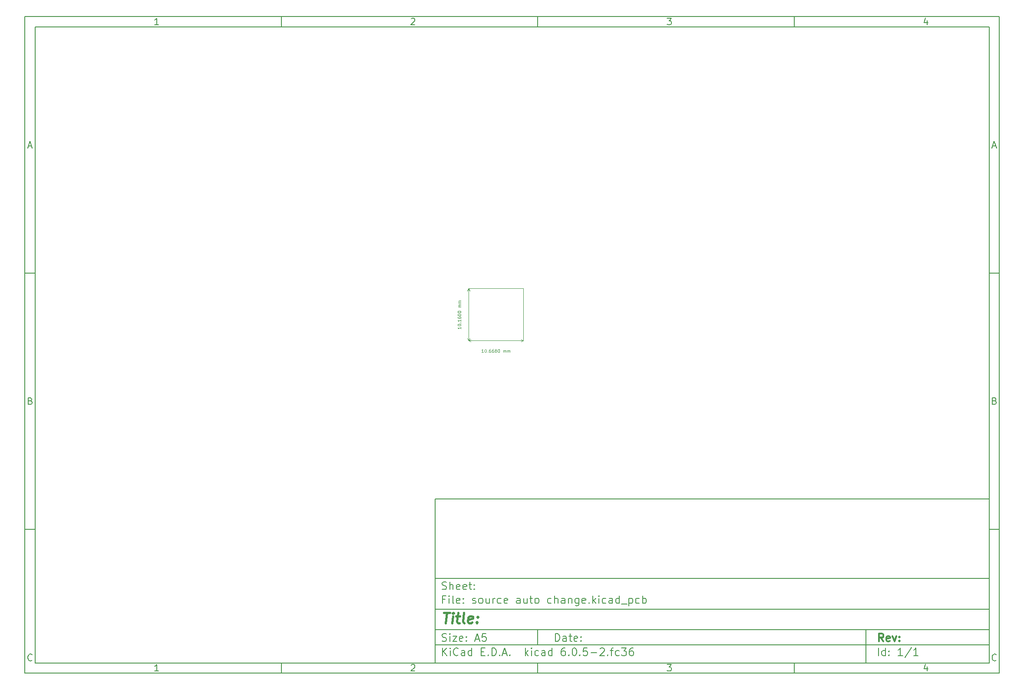
<source format=gbr>
%TF.GenerationSoftware,KiCad,Pcbnew,6.0.5-2.fc36*%
%TF.CreationDate,2022-06-19T11:45:18+04:00*%
%TF.ProjectId,source auto change,736f7572-6365-4206-9175-746f20636861,rev?*%
%TF.SameCoordinates,Original*%
%TF.FileFunction,OtherDrawing,Comment*%
%FSLAX46Y46*%
G04 Gerber Fmt 4.6, Leading zero omitted, Abs format (unit mm)*
G04 Created by KiCad (PCBNEW 6.0.5-2.fc36) date 2022-06-19 11:45:18*
%MOMM*%
%LPD*%
G01*
G04 APERTURE LIST*
%ADD10C,0.100000*%
%ADD11C,0.150000*%
%ADD12C,0.300000*%
%ADD13C,0.400000*%
%TA.AperFunction,Profile*%
%ADD14C,0.100000*%
%TD*%
G04 APERTURE END LIST*
D10*
D11*
X90007200Y-104005800D02*
X90007200Y-136005800D01*
X198007200Y-136005800D01*
X198007200Y-104005800D01*
X90007200Y-104005800D01*
D10*
D11*
X10000000Y-10000000D02*
X10000000Y-138005800D01*
X200007200Y-138005800D01*
X200007200Y-10000000D01*
X10000000Y-10000000D01*
D10*
D11*
X12000000Y-12000000D02*
X12000000Y-136005800D01*
X198007200Y-136005800D01*
X198007200Y-12000000D01*
X12000000Y-12000000D01*
D10*
D11*
X60000000Y-12000000D02*
X60000000Y-10000000D01*
D10*
D11*
X110000000Y-12000000D02*
X110000000Y-10000000D01*
D10*
D11*
X160000000Y-12000000D02*
X160000000Y-10000000D01*
D10*
D11*
X36065476Y-11588095D02*
X35322619Y-11588095D01*
X35694047Y-11588095D02*
X35694047Y-10288095D01*
X35570238Y-10473809D01*
X35446428Y-10597619D01*
X35322619Y-10659523D01*
D10*
D11*
X85322619Y-10411904D02*
X85384523Y-10350000D01*
X85508333Y-10288095D01*
X85817857Y-10288095D01*
X85941666Y-10350000D01*
X86003571Y-10411904D01*
X86065476Y-10535714D01*
X86065476Y-10659523D01*
X86003571Y-10845238D01*
X85260714Y-11588095D01*
X86065476Y-11588095D01*
D10*
D11*
X135260714Y-10288095D02*
X136065476Y-10288095D01*
X135632142Y-10783333D01*
X135817857Y-10783333D01*
X135941666Y-10845238D01*
X136003571Y-10907142D01*
X136065476Y-11030952D01*
X136065476Y-11340476D01*
X136003571Y-11464285D01*
X135941666Y-11526190D01*
X135817857Y-11588095D01*
X135446428Y-11588095D01*
X135322619Y-11526190D01*
X135260714Y-11464285D01*
D10*
D11*
X185941666Y-10721428D02*
X185941666Y-11588095D01*
X185632142Y-10226190D02*
X185322619Y-11154761D01*
X186127380Y-11154761D01*
D10*
D11*
X60000000Y-136005800D02*
X60000000Y-138005800D01*
D10*
D11*
X110000000Y-136005800D02*
X110000000Y-138005800D01*
D10*
D11*
X160000000Y-136005800D02*
X160000000Y-138005800D01*
D10*
D11*
X36065476Y-137593895D02*
X35322619Y-137593895D01*
X35694047Y-137593895D02*
X35694047Y-136293895D01*
X35570238Y-136479609D01*
X35446428Y-136603419D01*
X35322619Y-136665323D01*
D10*
D11*
X85322619Y-136417704D02*
X85384523Y-136355800D01*
X85508333Y-136293895D01*
X85817857Y-136293895D01*
X85941666Y-136355800D01*
X86003571Y-136417704D01*
X86065476Y-136541514D01*
X86065476Y-136665323D01*
X86003571Y-136851038D01*
X85260714Y-137593895D01*
X86065476Y-137593895D01*
D10*
D11*
X135260714Y-136293895D02*
X136065476Y-136293895D01*
X135632142Y-136789133D01*
X135817857Y-136789133D01*
X135941666Y-136851038D01*
X136003571Y-136912942D01*
X136065476Y-137036752D01*
X136065476Y-137346276D01*
X136003571Y-137470085D01*
X135941666Y-137531990D01*
X135817857Y-137593895D01*
X135446428Y-137593895D01*
X135322619Y-137531990D01*
X135260714Y-137470085D01*
D10*
D11*
X185941666Y-136727228D02*
X185941666Y-137593895D01*
X185632142Y-136231990D02*
X185322619Y-137160561D01*
X186127380Y-137160561D01*
D10*
D11*
X10000000Y-60000000D02*
X12000000Y-60000000D01*
D10*
D11*
X10000000Y-110000000D02*
X12000000Y-110000000D01*
D10*
D11*
X10690476Y-35216666D02*
X11309523Y-35216666D01*
X10566666Y-35588095D02*
X11000000Y-34288095D01*
X11433333Y-35588095D01*
D10*
D11*
X11092857Y-84907142D02*
X11278571Y-84969047D01*
X11340476Y-85030952D01*
X11402380Y-85154761D01*
X11402380Y-85340476D01*
X11340476Y-85464285D01*
X11278571Y-85526190D01*
X11154761Y-85588095D01*
X10659523Y-85588095D01*
X10659523Y-84288095D01*
X11092857Y-84288095D01*
X11216666Y-84350000D01*
X11278571Y-84411904D01*
X11340476Y-84535714D01*
X11340476Y-84659523D01*
X11278571Y-84783333D01*
X11216666Y-84845238D01*
X11092857Y-84907142D01*
X10659523Y-84907142D01*
D10*
D11*
X11402380Y-135464285D02*
X11340476Y-135526190D01*
X11154761Y-135588095D01*
X11030952Y-135588095D01*
X10845238Y-135526190D01*
X10721428Y-135402380D01*
X10659523Y-135278571D01*
X10597619Y-135030952D01*
X10597619Y-134845238D01*
X10659523Y-134597619D01*
X10721428Y-134473809D01*
X10845238Y-134350000D01*
X11030952Y-134288095D01*
X11154761Y-134288095D01*
X11340476Y-134350000D01*
X11402380Y-134411904D01*
D10*
D11*
X200007200Y-60000000D02*
X198007200Y-60000000D01*
D10*
D11*
X200007200Y-110000000D02*
X198007200Y-110000000D01*
D10*
D11*
X198697676Y-35216666D02*
X199316723Y-35216666D01*
X198573866Y-35588095D02*
X199007200Y-34288095D01*
X199440533Y-35588095D01*
D10*
D11*
X199100057Y-84907142D02*
X199285771Y-84969047D01*
X199347676Y-85030952D01*
X199409580Y-85154761D01*
X199409580Y-85340476D01*
X199347676Y-85464285D01*
X199285771Y-85526190D01*
X199161961Y-85588095D01*
X198666723Y-85588095D01*
X198666723Y-84288095D01*
X199100057Y-84288095D01*
X199223866Y-84350000D01*
X199285771Y-84411904D01*
X199347676Y-84535714D01*
X199347676Y-84659523D01*
X199285771Y-84783333D01*
X199223866Y-84845238D01*
X199100057Y-84907142D01*
X198666723Y-84907142D01*
D10*
D11*
X199409580Y-135464285D02*
X199347676Y-135526190D01*
X199161961Y-135588095D01*
X199038152Y-135588095D01*
X198852438Y-135526190D01*
X198728628Y-135402380D01*
X198666723Y-135278571D01*
X198604819Y-135030952D01*
X198604819Y-134845238D01*
X198666723Y-134597619D01*
X198728628Y-134473809D01*
X198852438Y-134350000D01*
X199038152Y-134288095D01*
X199161961Y-134288095D01*
X199347676Y-134350000D01*
X199409580Y-134411904D01*
D10*
D11*
X113439342Y-131784371D02*
X113439342Y-130284371D01*
X113796485Y-130284371D01*
X114010771Y-130355800D01*
X114153628Y-130498657D01*
X114225057Y-130641514D01*
X114296485Y-130927228D01*
X114296485Y-131141514D01*
X114225057Y-131427228D01*
X114153628Y-131570085D01*
X114010771Y-131712942D01*
X113796485Y-131784371D01*
X113439342Y-131784371D01*
X115582200Y-131784371D02*
X115582200Y-130998657D01*
X115510771Y-130855800D01*
X115367914Y-130784371D01*
X115082200Y-130784371D01*
X114939342Y-130855800D01*
X115582200Y-131712942D02*
X115439342Y-131784371D01*
X115082200Y-131784371D01*
X114939342Y-131712942D01*
X114867914Y-131570085D01*
X114867914Y-131427228D01*
X114939342Y-131284371D01*
X115082200Y-131212942D01*
X115439342Y-131212942D01*
X115582200Y-131141514D01*
X116082200Y-130784371D02*
X116653628Y-130784371D01*
X116296485Y-130284371D02*
X116296485Y-131570085D01*
X116367914Y-131712942D01*
X116510771Y-131784371D01*
X116653628Y-131784371D01*
X117725057Y-131712942D02*
X117582200Y-131784371D01*
X117296485Y-131784371D01*
X117153628Y-131712942D01*
X117082200Y-131570085D01*
X117082200Y-130998657D01*
X117153628Y-130855800D01*
X117296485Y-130784371D01*
X117582200Y-130784371D01*
X117725057Y-130855800D01*
X117796485Y-130998657D01*
X117796485Y-131141514D01*
X117082200Y-131284371D01*
X118439342Y-131641514D02*
X118510771Y-131712942D01*
X118439342Y-131784371D01*
X118367914Y-131712942D01*
X118439342Y-131641514D01*
X118439342Y-131784371D01*
X118439342Y-130855800D02*
X118510771Y-130927228D01*
X118439342Y-130998657D01*
X118367914Y-130927228D01*
X118439342Y-130855800D01*
X118439342Y-130998657D01*
D10*
D11*
X90007200Y-132505800D02*
X198007200Y-132505800D01*
D10*
D11*
X91439342Y-134584371D02*
X91439342Y-133084371D01*
X92296485Y-134584371D02*
X91653628Y-133727228D01*
X92296485Y-133084371D02*
X91439342Y-133941514D01*
X92939342Y-134584371D02*
X92939342Y-133584371D01*
X92939342Y-133084371D02*
X92867914Y-133155800D01*
X92939342Y-133227228D01*
X93010771Y-133155800D01*
X92939342Y-133084371D01*
X92939342Y-133227228D01*
X94510771Y-134441514D02*
X94439342Y-134512942D01*
X94225057Y-134584371D01*
X94082200Y-134584371D01*
X93867914Y-134512942D01*
X93725057Y-134370085D01*
X93653628Y-134227228D01*
X93582200Y-133941514D01*
X93582200Y-133727228D01*
X93653628Y-133441514D01*
X93725057Y-133298657D01*
X93867914Y-133155800D01*
X94082200Y-133084371D01*
X94225057Y-133084371D01*
X94439342Y-133155800D01*
X94510771Y-133227228D01*
X95796485Y-134584371D02*
X95796485Y-133798657D01*
X95725057Y-133655800D01*
X95582200Y-133584371D01*
X95296485Y-133584371D01*
X95153628Y-133655800D01*
X95796485Y-134512942D02*
X95653628Y-134584371D01*
X95296485Y-134584371D01*
X95153628Y-134512942D01*
X95082200Y-134370085D01*
X95082200Y-134227228D01*
X95153628Y-134084371D01*
X95296485Y-134012942D01*
X95653628Y-134012942D01*
X95796485Y-133941514D01*
X97153628Y-134584371D02*
X97153628Y-133084371D01*
X97153628Y-134512942D02*
X97010771Y-134584371D01*
X96725057Y-134584371D01*
X96582200Y-134512942D01*
X96510771Y-134441514D01*
X96439342Y-134298657D01*
X96439342Y-133870085D01*
X96510771Y-133727228D01*
X96582200Y-133655800D01*
X96725057Y-133584371D01*
X97010771Y-133584371D01*
X97153628Y-133655800D01*
X99010771Y-133798657D02*
X99510771Y-133798657D01*
X99725057Y-134584371D02*
X99010771Y-134584371D01*
X99010771Y-133084371D01*
X99725057Y-133084371D01*
X100367914Y-134441514D02*
X100439342Y-134512942D01*
X100367914Y-134584371D01*
X100296485Y-134512942D01*
X100367914Y-134441514D01*
X100367914Y-134584371D01*
X101082200Y-134584371D02*
X101082200Y-133084371D01*
X101439342Y-133084371D01*
X101653628Y-133155800D01*
X101796485Y-133298657D01*
X101867914Y-133441514D01*
X101939342Y-133727228D01*
X101939342Y-133941514D01*
X101867914Y-134227228D01*
X101796485Y-134370085D01*
X101653628Y-134512942D01*
X101439342Y-134584371D01*
X101082200Y-134584371D01*
X102582200Y-134441514D02*
X102653628Y-134512942D01*
X102582200Y-134584371D01*
X102510771Y-134512942D01*
X102582200Y-134441514D01*
X102582200Y-134584371D01*
X103225057Y-134155800D02*
X103939342Y-134155800D01*
X103082200Y-134584371D02*
X103582200Y-133084371D01*
X104082200Y-134584371D01*
X104582200Y-134441514D02*
X104653628Y-134512942D01*
X104582200Y-134584371D01*
X104510771Y-134512942D01*
X104582200Y-134441514D01*
X104582200Y-134584371D01*
X107582200Y-134584371D02*
X107582200Y-133084371D01*
X107725057Y-134012942D02*
X108153628Y-134584371D01*
X108153628Y-133584371D02*
X107582200Y-134155800D01*
X108796485Y-134584371D02*
X108796485Y-133584371D01*
X108796485Y-133084371D02*
X108725057Y-133155800D01*
X108796485Y-133227228D01*
X108867914Y-133155800D01*
X108796485Y-133084371D01*
X108796485Y-133227228D01*
X110153628Y-134512942D02*
X110010771Y-134584371D01*
X109725057Y-134584371D01*
X109582200Y-134512942D01*
X109510771Y-134441514D01*
X109439342Y-134298657D01*
X109439342Y-133870085D01*
X109510771Y-133727228D01*
X109582200Y-133655800D01*
X109725057Y-133584371D01*
X110010771Y-133584371D01*
X110153628Y-133655800D01*
X111439342Y-134584371D02*
X111439342Y-133798657D01*
X111367914Y-133655800D01*
X111225057Y-133584371D01*
X110939342Y-133584371D01*
X110796485Y-133655800D01*
X111439342Y-134512942D02*
X111296485Y-134584371D01*
X110939342Y-134584371D01*
X110796485Y-134512942D01*
X110725057Y-134370085D01*
X110725057Y-134227228D01*
X110796485Y-134084371D01*
X110939342Y-134012942D01*
X111296485Y-134012942D01*
X111439342Y-133941514D01*
X112796485Y-134584371D02*
X112796485Y-133084371D01*
X112796485Y-134512942D02*
X112653628Y-134584371D01*
X112367914Y-134584371D01*
X112225057Y-134512942D01*
X112153628Y-134441514D01*
X112082200Y-134298657D01*
X112082200Y-133870085D01*
X112153628Y-133727228D01*
X112225057Y-133655800D01*
X112367914Y-133584371D01*
X112653628Y-133584371D01*
X112796485Y-133655800D01*
X115296485Y-133084371D02*
X115010771Y-133084371D01*
X114867914Y-133155800D01*
X114796485Y-133227228D01*
X114653628Y-133441514D01*
X114582200Y-133727228D01*
X114582200Y-134298657D01*
X114653628Y-134441514D01*
X114725057Y-134512942D01*
X114867914Y-134584371D01*
X115153628Y-134584371D01*
X115296485Y-134512942D01*
X115367914Y-134441514D01*
X115439342Y-134298657D01*
X115439342Y-133941514D01*
X115367914Y-133798657D01*
X115296485Y-133727228D01*
X115153628Y-133655800D01*
X114867914Y-133655800D01*
X114725057Y-133727228D01*
X114653628Y-133798657D01*
X114582200Y-133941514D01*
X116082200Y-134441514D02*
X116153628Y-134512942D01*
X116082200Y-134584371D01*
X116010771Y-134512942D01*
X116082200Y-134441514D01*
X116082200Y-134584371D01*
X117082200Y-133084371D02*
X117225057Y-133084371D01*
X117367914Y-133155800D01*
X117439342Y-133227228D01*
X117510771Y-133370085D01*
X117582200Y-133655800D01*
X117582200Y-134012942D01*
X117510771Y-134298657D01*
X117439342Y-134441514D01*
X117367914Y-134512942D01*
X117225057Y-134584371D01*
X117082200Y-134584371D01*
X116939342Y-134512942D01*
X116867914Y-134441514D01*
X116796485Y-134298657D01*
X116725057Y-134012942D01*
X116725057Y-133655800D01*
X116796485Y-133370085D01*
X116867914Y-133227228D01*
X116939342Y-133155800D01*
X117082200Y-133084371D01*
X118225057Y-134441514D02*
X118296485Y-134512942D01*
X118225057Y-134584371D01*
X118153628Y-134512942D01*
X118225057Y-134441514D01*
X118225057Y-134584371D01*
X119653628Y-133084371D02*
X118939342Y-133084371D01*
X118867914Y-133798657D01*
X118939342Y-133727228D01*
X119082200Y-133655800D01*
X119439342Y-133655800D01*
X119582200Y-133727228D01*
X119653628Y-133798657D01*
X119725057Y-133941514D01*
X119725057Y-134298657D01*
X119653628Y-134441514D01*
X119582200Y-134512942D01*
X119439342Y-134584371D01*
X119082200Y-134584371D01*
X118939342Y-134512942D01*
X118867914Y-134441514D01*
X120367914Y-134012942D02*
X121510771Y-134012942D01*
X122153628Y-133227228D02*
X122225057Y-133155800D01*
X122367914Y-133084371D01*
X122725057Y-133084371D01*
X122867914Y-133155800D01*
X122939342Y-133227228D01*
X123010771Y-133370085D01*
X123010771Y-133512942D01*
X122939342Y-133727228D01*
X122082200Y-134584371D01*
X123010771Y-134584371D01*
X123653628Y-134441514D02*
X123725057Y-134512942D01*
X123653628Y-134584371D01*
X123582200Y-134512942D01*
X123653628Y-134441514D01*
X123653628Y-134584371D01*
X124153628Y-133584371D02*
X124725057Y-133584371D01*
X124367914Y-134584371D02*
X124367914Y-133298657D01*
X124439342Y-133155800D01*
X124582200Y-133084371D01*
X124725057Y-133084371D01*
X125867914Y-134512942D02*
X125725057Y-134584371D01*
X125439342Y-134584371D01*
X125296485Y-134512942D01*
X125225057Y-134441514D01*
X125153628Y-134298657D01*
X125153628Y-133870085D01*
X125225057Y-133727228D01*
X125296485Y-133655800D01*
X125439342Y-133584371D01*
X125725057Y-133584371D01*
X125867914Y-133655800D01*
X126367914Y-133084371D02*
X127296485Y-133084371D01*
X126796485Y-133655800D01*
X127010771Y-133655800D01*
X127153628Y-133727228D01*
X127225057Y-133798657D01*
X127296485Y-133941514D01*
X127296485Y-134298657D01*
X127225057Y-134441514D01*
X127153628Y-134512942D01*
X127010771Y-134584371D01*
X126582200Y-134584371D01*
X126439342Y-134512942D01*
X126367914Y-134441514D01*
X128582200Y-133084371D02*
X128296485Y-133084371D01*
X128153628Y-133155800D01*
X128082200Y-133227228D01*
X127939342Y-133441514D01*
X127867914Y-133727228D01*
X127867914Y-134298657D01*
X127939342Y-134441514D01*
X128010771Y-134512942D01*
X128153628Y-134584371D01*
X128439342Y-134584371D01*
X128582200Y-134512942D01*
X128653628Y-134441514D01*
X128725057Y-134298657D01*
X128725057Y-133941514D01*
X128653628Y-133798657D01*
X128582200Y-133727228D01*
X128439342Y-133655800D01*
X128153628Y-133655800D01*
X128010771Y-133727228D01*
X127939342Y-133798657D01*
X127867914Y-133941514D01*
D10*
D11*
X90007200Y-129505800D02*
X198007200Y-129505800D01*
D10*
D12*
X177416485Y-131784371D02*
X176916485Y-131070085D01*
X176559342Y-131784371D02*
X176559342Y-130284371D01*
X177130771Y-130284371D01*
X177273628Y-130355800D01*
X177345057Y-130427228D01*
X177416485Y-130570085D01*
X177416485Y-130784371D01*
X177345057Y-130927228D01*
X177273628Y-130998657D01*
X177130771Y-131070085D01*
X176559342Y-131070085D01*
X178630771Y-131712942D02*
X178487914Y-131784371D01*
X178202200Y-131784371D01*
X178059342Y-131712942D01*
X177987914Y-131570085D01*
X177987914Y-130998657D01*
X178059342Y-130855800D01*
X178202200Y-130784371D01*
X178487914Y-130784371D01*
X178630771Y-130855800D01*
X178702200Y-130998657D01*
X178702200Y-131141514D01*
X177987914Y-131284371D01*
X179202200Y-130784371D02*
X179559342Y-131784371D01*
X179916485Y-130784371D01*
X180487914Y-131641514D02*
X180559342Y-131712942D01*
X180487914Y-131784371D01*
X180416485Y-131712942D01*
X180487914Y-131641514D01*
X180487914Y-131784371D01*
X180487914Y-130855800D02*
X180559342Y-130927228D01*
X180487914Y-130998657D01*
X180416485Y-130927228D01*
X180487914Y-130855800D01*
X180487914Y-130998657D01*
D10*
D11*
X91367914Y-131712942D02*
X91582200Y-131784371D01*
X91939342Y-131784371D01*
X92082200Y-131712942D01*
X92153628Y-131641514D01*
X92225057Y-131498657D01*
X92225057Y-131355800D01*
X92153628Y-131212942D01*
X92082200Y-131141514D01*
X91939342Y-131070085D01*
X91653628Y-130998657D01*
X91510771Y-130927228D01*
X91439342Y-130855800D01*
X91367914Y-130712942D01*
X91367914Y-130570085D01*
X91439342Y-130427228D01*
X91510771Y-130355800D01*
X91653628Y-130284371D01*
X92010771Y-130284371D01*
X92225057Y-130355800D01*
X92867914Y-131784371D02*
X92867914Y-130784371D01*
X92867914Y-130284371D02*
X92796485Y-130355800D01*
X92867914Y-130427228D01*
X92939342Y-130355800D01*
X92867914Y-130284371D01*
X92867914Y-130427228D01*
X93439342Y-130784371D02*
X94225057Y-130784371D01*
X93439342Y-131784371D01*
X94225057Y-131784371D01*
X95367914Y-131712942D02*
X95225057Y-131784371D01*
X94939342Y-131784371D01*
X94796485Y-131712942D01*
X94725057Y-131570085D01*
X94725057Y-130998657D01*
X94796485Y-130855800D01*
X94939342Y-130784371D01*
X95225057Y-130784371D01*
X95367914Y-130855800D01*
X95439342Y-130998657D01*
X95439342Y-131141514D01*
X94725057Y-131284371D01*
X96082200Y-131641514D02*
X96153628Y-131712942D01*
X96082200Y-131784371D01*
X96010771Y-131712942D01*
X96082200Y-131641514D01*
X96082200Y-131784371D01*
X96082200Y-130855800D02*
X96153628Y-130927228D01*
X96082200Y-130998657D01*
X96010771Y-130927228D01*
X96082200Y-130855800D01*
X96082200Y-130998657D01*
X97867914Y-131355800D02*
X98582200Y-131355800D01*
X97725057Y-131784371D02*
X98225057Y-130284371D01*
X98725057Y-131784371D01*
X99939342Y-130284371D02*
X99225057Y-130284371D01*
X99153628Y-130998657D01*
X99225057Y-130927228D01*
X99367914Y-130855800D01*
X99725057Y-130855800D01*
X99867914Y-130927228D01*
X99939342Y-130998657D01*
X100010771Y-131141514D01*
X100010771Y-131498657D01*
X99939342Y-131641514D01*
X99867914Y-131712942D01*
X99725057Y-131784371D01*
X99367914Y-131784371D01*
X99225057Y-131712942D01*
X99153628Y-131641514D01*
D10*
D11*
X176439342Y-134584371D02*
X176439342Y-133084371D01*
X177796485Y-134584371D02*
X177796485Y-133084371D01*
X177796485Y-134512942D02*
X177653628Y-134584371D01*
X177367914Y-134584371D01*
X177225057Y-134512942D01*
X177153628Y-134441514D01*
X177082200Y-134298657D01*
X177082200Y-133870085D01*
X177153628Y-133727228D01*
X177225057Y-133655800D01*
X177367914Y-133584371D01*
X177653628Y-133584371D01*
X177796485Y-133655800D01*
X178510771Y-134441514D02*
X178582200Y-134512942D01*
X178510771Y-134584371D01*
X178439342Y-134512942D01*
X178510771Y-134441514D01*
X178510771Y-134584371D01*
X178510771Y-133655800D02*
X178582200Y-133727228D01*
X178510771Y-133798657D01*
X178439342Y-133727228D01*
X178510771Y-133655800D01*
X178510771Y-133798657D01*
X181153628Y-134584371D02*
X180296485Y-134584371D01*
X180725057Y-134584371D02*
X180725057Y-133084371D01*
X180582200Y-133298657D01*
X180439342Y-133441514D01*
X180296485Y-133512942D01*
X182867914Y-133012942D02*
X181582200Y-134941514D01*
X184153628Y-134584371D02*
X183296485Y-134584371D01*
X183725057Y-134584371D02*
X183725057Y-133084371D01*
X183582200Y-133298657D01*
X183439342Y-133441514D01*
X183296485Y-133512942D01*
D10*
D11*
X90007200Y-125505800D02*
X198007200Y-125505800D01*
D10*
D13*
X91719580Y-126210561D02*
X92862438Y-126210561D01*
X92041009Y-128210561D02*
X92291009Y-126210561D01*
X93279104Y-128210561D02*
X93445771Y-126877228D01*
X93529104Y-126210561D02*
X93421961Y-126305800D01*
X93505295Y-126401038D01*
X93612438Y-126305800D01*
X93529104Y-126210561D01*
X93505295Y-126401038D01*
X94112438Y-126877228D02*
X94874342Y-126877228D01*
X94481485Y-126210561D02*
X94267200Y-127924847D01*
X94338628Y-128115323D01*
X94517200Y-128210561D01*
X94707676Y-128210561D01*
X95660057Y-128210561D02*
X95481485Y-128115323D01*
X95410057Y-127924847D01*
X95624342Y-126210561D01*
X97195771Y-128115323D02*
X96993390Y-128210561D01*
X96612438Y-128210561D01*
X96433866Y-128115323D01*
X96362438Y-127924847D01*
X96457676Y-127162942D01*
X96576723Y-126972466D01*
X96779104Y-126877228D01*
X97160057Y-126877228D01*
X97338628Y-126972466D01*
X97410057Y-127162942D01*
X97386247Y-127353419D01*
X96410057Y-127543895D01*
X98160057Y-128020085D02*
X98243390Y-128115323D01*
X98136247Y-128210561D01*
X98052914Y-128115323D01*
X98160057Y-128020085D01*
X98136247Y-128210561D01*
X98291009Y-126972466D02*
X98374342Y-127067704D01*
X98267200Y-127162942D01*
X98183866Y-127067704D01*
X98291009Y-126972466D01*
X98267200Y-127162942D01*
D10*
D11*
X91939342Y-123598657D02*
X91439342Y-123598657D01*
X91439342Y-124384371D02*
X91439342Y-122884371D01*
X92153628Y-122884371D01*
X92725057Y-124384371D02*
X92725057Y-123384371D01*
X92725057Y-122884371D02*
X92653628Y-122955800D01*
X92725057Y-123027228D01*
X92796485Y-122955800D01*
X92725057Y-122884371D01*
X92725057Y-123027228D01*
X93653628Y-124384371D02*
X93510771Y-124312942D01*
X93439342Y-124170085D01*
X93439342Y-122884371D01*
X94796485Y-124312942D02*
X94653628Y-124384371D01*
X94367914Y-124384371D01*
X94225057Y-124312942D01*
X94153628Y-124170085D01*
X94153628Y-123598657D01*
X94225057Y-123455800D01*
X94367914Y-123384371D01*
X94653628Y-123384371D01*
X94796485Y-123455800D01*
X94867914Y-123598657D01*
X94867914Y-123741514D01*
X94153628Y-123884371D01*
X95510771Y-124241514D02*
X95582200Y-124312942D01*
X95510771Y-124384371D01*
X95439342Y-124312942D01*
X95510771Y-124241514D01*
X95510771Y-124384371D01*
X95510771Y-123455800D02*
X95582200Y-123527228D01*
X95510771Y-123598657D01*
X95439342Y-123527228D01*
X95510771Y-123455800D01*
X95510771Y-123598657D01*
X97296485Y-124312942D02*
X97439342Y-124384371D01*
X97725057Y-124384371D01*
X97867914Y-124312942D01*
X97939342Y-124170085D01*
X97939342Y-124098657D01*
X97867914Y-123955800D01*
X97725057Y-123884371D01*
X97510771Y-123884371D01*
X97367914Y-123812942D01*
X97296485Y-123670085D01*
X97296485Y-123598657D01*
X97367914Y-123455800D01*
X97510771Y-123384371D01*
X97725057Y-123384371D01*
X97867914Y-123455800D01*
X98796485Y-124384371D02*
X98653628Y-124312942D01*
X98582200Y-124241514D01*
X98510771Y-124098657D01*
X98510771Y-123670085D01*
X98582200Y-123527228D01*
X98653628Y-123455800D01*
X98796485Y-123384371D01*
X99010771Y-123384371D01*
X99153628Y-123455800D01*
X99225057Y-123527228D01*
X99296485Y-123670085D01*
X99296485Y-124098657D01*
X99225057Y-124241514D01*
X99153628Y-124312942D01*
X99010771Y-124384371D01*
X98796485Y-124384371D01*
X100582200Y-123384371D02*
X100582200Y-124384371D01*
X99939342Y-123384371D02*
X99939342Y-124170085D01*
X100010771Y-124312942D01*
X100153628Y-124384371D01*
X100367914Y-124384371D01*
X100510771Y-124312942D01*
X100582200Y-124241514D01*
X101296485Y-124384371D02*
X101296485Y-123384371D01*
X101296485Y-123670085D02*
X101367914Y-123527228D01*
X101439342Y-123455800D01*
X101582200Y-123384371D01*
X101725057Y-123384371D01*
X102867914Y-124312942D02*
X102725057Y-124384371D01*
X102439342Y-124384371D01*
X102296485Y-124312942D01*
X102225057Y-124241514D01*
X102153628Y-124098657D01*
X102153628Y-123670085D01*
X102225057Y-123527228D01*
X102296485Y-123455800D01*
X102439342Y-123384371D01*
X102725057Y-123384371D01*
X102867914Y-123455800D01*
X104082200Y-124312942D02*
X103939342Y-124384371D01*
X103653628Y-124384371D01*
X103510771Y-124312942D01*
X103439342Y-124170085D01*
X103439342Y-123598657D01*
X103510771Y-123455800D01*
X103653628Y-123384371D01*
X103939342Y-123384371D01*
X104082200Y-123455800D01*
X104153628Y-123598657D01*
X104153628Y-123741514D01*
X103439342Y-123884371D01*
X106582200Y-124384371D02*
X106582200Y-123598657D01*
X106510771Y-123455800D01*
X106367914Y-123384371D01*
X106082200Y-123384371D01*
X105939342Y-123455800D01*
X106582200Y-124312942D02*
X106439342Y-124384371D01*
X106082200Y-124384371D01*
X105939342Y-124312942D01*
X105867914Y-124170085D01*
X105867914Y-124027228D01*
X105939342Y-123884371D01*
X106082200Y-123812942D01*
X106439342Y-123812942D01*
X106582200Y-123741514D01*
X107939342Y-123384371D02*
X107939342Y-124384371D01*
X107296485Y-123384371D02*
X107296485Y-124170085D01*
X107367914Y-124312942D01*
X107510771Y-124384371D01*
X107725057Y-124384371D01*
X107867914Y-124312942D01*
X107939342Y-124241514D01*
X108439342Y-123384371D02*
X109010771Y-123384371D01*
X108653628Y-122884371D02*
X108653628Y-124170085D01*
X108725057Y-124312942D01*
X108867914Y-124384371D01*
X109010771Y-124384371D01*
X109725057Y-124384371D02*
X109582200Y-124312942D01*
X109510771Y-124241514D01*
X109439342Y-124098657D01*
X109439342Y-123670085D01*
X109510771Y-123527228D01*
X109582200Y-123455800D01*
X109725057Y-123384371D01*
X109939342Y-123384371D01*
X110082200Y-123455800D01*
X110153628Y-123527228D01*
X110225057Y-123670085D01*
X110225057Y-124098657D01*
X110153628Y-124241514D01*
X110082200Y-124312942D01*
X109939342Y-124384371D01*
X109725057Y-124384371D01*
X112653628Y-124312942D02*
X112510771Y-124384371D01*
X112225057Y-124384371D01*
X112082200Y-124312942D01*
X112010771Y-124241514D01*
X111939342Y-124098657D01*
X111939342Y-123670085D01*
X112010771Y-123527228D01*
X112082200Y-123455800D01*
X112225057Y-123384371D01*
X112510771Y-123384371D01*
X112653628Y-123455800D01*
X113296485Y-124384371D02*
X113296485Y-122884371D01*
X113939342Y-124384371D02*
X113939342Y-123598657D01*
X113867914Y-123455800D01*
X113725057Y-123384371D01*
X113510771Y-123384371D01*
X113367914Y-123455800D01*
X113296485Y-123527228D01*
X115296485Y-124384371D02*
X115296485Y-123598657D01*
X115225057Y-123455800D01*
X115082200Y-123384371D01*
X114796485Y-123384371D01*
X114653628Y-123455800D01*
X115296485Y-124312942D02*
X115153628Y-124384371D01*
X114796485Y-124384371D01*
X114653628Y-124312942D01*
X114582200Y-124170085D01*
X114582200Y-124027228D01*
X114653628Y-123884371D01*
X114796485Y-123812942D01*
X115153628Y-123812942D01*
X115296485Y-123741514D01*
X116010771Y-123384371D02*
X116010771Y-124384371D01*
X116010771Y-123527228D02*
X116082200Y-123455800D01*
X116225057Y-123384371D01*
X116439342Y-123384371D01*
X116582200Y-123455800D01*
X116653628Y-123598657D01*
X116653628Y-124384371D01*
X118010771Y-123384371D02*
X118010771Y-124598657D01*
X117939342Y-124741514D01*
X117867914Y-124812942D01*
X117725057Y-124884371D01*
X117510771Y-124884371D01*
X117367914Y-124812942D01*
X118010771Y-124312942D02*
X117867914Y-124384371D01*
X117582200Y-124384371D01*
X117439342Y-124312942D01*
X117367914Y-124241514D01*
X117296485Y-124098657D01*
X117296485Y-123670085D01*
X117367914Y-123527228D01*
X117439342Y-123455800D01*
X117582200Y-123384371D01*
X117867914Y-123384371D01*
X118010771Y-123455800D01*
X119296485Y-124312942D02*
X119153628Y-124384371D01*
X118867914Y-124384371D01*
X118725057Y-124312942D01*
X118653628Y-124170085D01*
X118653628Y-123598657D01*
X118725057Y-123455800D01*
X118867914Y-123384371D01*
X119153628Y-123384371D01*
X119296485Y-123455800D01*
X119367914Y-123598657D01*
X119367914Y-123741514D01*
X118653628Y-123884371D01*
X120010771Y-124241514D02*
X120082200Y-124312942D01*
X120010771Y-124384371D01*
X119939342Y-124312942D01*
X120010771Y-124241514D01*
X120010771Y-124384371D01*
X120725057Y-124384371D02*
X120725057Y-122884371D01*
X120867914Y-123812942D02*
X121296485Y-124384371D01*
X121296485Y-123384371D02*
X120725057Y-123955800D01*
X121939342Y-124384371D02*
X121939342Y-123384371D01*
X121939342Y-122884371D02*
X121867914Y-122955800D01*
X121939342Y-123027228D01*
X122010771Y-122955800D01*
X121939342Y-122884371D01*
X121939342Y-123027228D01*
X123296485Y-124312942D02*
X123153628Y-124384371D01*
X122867914Y-124384371D01*
X122725057Y-124312942D01*
X122653628Y-124241514D01*
X122582200Y-124098657D01*
X122582200Y-123670085D01*
X122653628Y-123527228D01*
X122725057Y-123455800D01*
X122867914Y-123384371D01*
X123153628Y-123384371D01*
X123296485Y-123455800D01*
X124582200Y-124384371D02*
X124582200Y-123598657D01*
X124510771Y-123455800D01*
X124367914Y-123384371D01*
X124082200Y-123384371D01*
X123939342Y-123455800D01*
X124582200Y-124312942D02*
X124439342Y-124384371D01*
X124082200Y-124384371D01*
X123939342Y-124312942D01*
X123867914Y-124170085D01*
X123867914Y-124027228D01*
X123939342Y-123884371D01*
X124082200Y-123812942D01*
X124439342Y-123812942D01*
X124582200Y-123741514D01*
X125939342Y-124384371D02*
X125939342Y-122884371D01*
X125939342Y-124312942D02*
X125796485Y-124384371D01*
X125510771Y-124384371D01*
X125367914Y-124312942D01*
X125296485Y-124241514D01*
X125225057Y-124098657D01*
X125225057Y-123670085D01*
X125296485Y-123527228D01*
X125367914Y-123455800D01*
X125510771Y-123384371D01*
X125796485Y-123384371D01*
X125939342Y-123455800D01*
X126296485Y-124527228D02*
X127439342Y-124527228D01*
X127796485Y-123384371D02*
X127796485Y-124884371D01*
X127796485Y-123455800D02*
X127939342Y-123384371D01*
X128225057Y-123384371D01*
X128367914Y-123455800D01*
X128439342Y-123527228D01*
X128510771Y-123670085D01*
X128510771Y-124098657D01*
X128439342Y-124241514D01*
X128367914Y-124312942D01*
X128225057Y-124384371D01*
X127939342Y-124384371D01*
X127796485Y-124312942D01*
X129796485Y-124312942D02*
X129653628Y-124384371D01*
X129367914Y-124384371D01*
X129225057Y-124312942D01*
X129153628Y-124241514D01*
X129082200Y-124098657D01*
X129082200Y-123670085D01*
X129153628Y-123527228D01*
X129225057Y-123455800D01*
X129367914Y-123384371D01*
X129653628Y-123384371D01*
X129796485Y-123455800D01*
X130439342Y-124384371D02*
X130439342Y-122884371D01*
X130439342Y-123455800D02*
X130582200Y-123384371D01*
X130867914Y-123384371D01*
X131010771Y-123455800D01*
X131082200Y-123527228D01*
X131153628Y-123670085D01*
X131153628Y-124098657D01*
X131082200Y-124241514D01*
X131010771Y-124312942D01*
X130867914Y-124384371D01*
X130582200Y-124384371D01*
X130439342Y-124312942D01*
D10*
D11*
X90007200Y-119505800D02*
X198007200Y-119505800D01*
D10*
D11*
X91367914Y-121612942D02*
X91582200Y-121684371D01*
X91939342Y-121684371D01*
X92082200Y-121612942D01*
X92153628Y-121541514D01*
X92225057Y-121398657D01*
X92225057Y-121255800D01*
X92153628Y-121112942D01*
X92082200Y-121041514D01*
X91939342Y-120970085D01*
X91653628Y-120898657D01*
X91510771Y-120827228D01*
X91439342Y-120755800D01*
X91367914Y-120612942D01*
X91367914Y-120470085D01*
X91439342Y-120327228D01*
X91510771Y-120255800D01*
X91653628Y-120184371D01*
X92010771Y-120184371D01*
X92225057Y-120255800D01*
X92867914Y-121684371D02*
X92867914Y-120184371D01*
X93510771Y-121684371D02*
X93510771Y-120898657D01*
X93439342Y-120755800D01*
X93296485Y-120684371D01*
X93082200Y-120684371D01*
X92939342Y-120755800D01*
X92867914Y-120827228D01*
X94796485Y-121612942D02*
X94653628Y-121684371D01*
X94367914Y-121684371D01*
X94225057Y-121612942D01*
X94153628Y-121470085D01*
X94153628Y-120898657D01*
X94225057Y-120755800D01*
X94367914Y-120684371D01*
X94653628Y-120684371D01*
X94796485Y-120755800D01*
X94867914Y-120898657D01*
X94867914Y-121041514D01*
X94153628Y-121184371D01*
X96082200Y-121612942D02*
X95939342Y-121684371D01*
X95653628Y-121684371D01*
X95510771Y-121612942D01*
X95439342Y-121470085D01*
X95439342Y-120898657D01*
X95510771Y-120755800D01*
X95653628Y-120684371D01*
X95939342Y-120684371D01*
X96082200Y-120755800D01*
X96153628Y-120898657D01*
X96153628Y-121041514D01*
X95439342Y-121184371D01*
X96582200Y-120684371D02*
X97153628Y-120684371D01*
X96796485Y-120184371D02*
X96796485Y-121470085D01*
X96867914Y-121612942D01*
X97010771Y-121684371D01*
X97153628Y-121684371D01*
X97653628Y-121541514D02*
X97725057Y-121612942D01*
X97653628Y-121684371D01*
X97582200Y-121612942D01*
X97653628Y-121541514D01*
X97653628Y-121684371D01*
X97653628Y-120755800D02*
X97725057Y-120827228D01*
X97653628Y-120898657D01*
X97582200Y-120827228D01*
X97653628Y-120755800D01*
X97653628Y-120898657D01*
D10*
D12*
D10*
D11*
D10*
D11*
D10*
D11*
D10*
D11*
D10*
D11*
X110007200Y-129505800D02*
X110007200Y-132505800D01*
D10*
D11*
X174007200Y-129505800D02*
X174007200Y-136005800D01*
D14*
X96520000Y-62992000D02*
X107188000Y-62992000D01*
X107188000Y-62992000D02*
X107188000Y-73152000D01*
X107188000Y-73152000D02*
X96520000Y-73152000D01*
X96520000Y-73152000D02*
X96520000Y-62992000D01*
D10*
X99425428Y-75455428D02*
X99082571Y-75455428D01*
X99254000Y-75455428D02*
X99254000Y-74855428D01*
X99196857Y-74941142D01*
X99139714Y-74998285D01*
X99082571Y-75026857D01*
X99796857Y-74855428D02*
X99854000Y-74855428D01*
X99911142Y-74884000D01*
X99939714Y-74912571D01*
X99968285Y-74969714D01*
X99996857Y-75084000D01*
X99996857Y-75226857D01*
X99968285Y-75341142D01*
X99939714Y-75398285D01*
X99911142Y-75426857D01*
X99854000Y-75455428D01*
X99796857Y-75455428D01*
X99739714Y-75426857D01*
X99711142Y-75398285D01*
X99682571Y-75341142D01*
X99654000Y-75226857D01*
X99654000Y-75084000D01*
X99682571Y-74969714D01*
X99711142Y-74912571D01*
X99739714Y-74884000D01*
X99796857Y-74855428D01*
X100254000Y-75398285D02*
X100282571Y-75426857D01*
X100254000Y-75455428D01*
X100225428Y-75426857D01*
X100254000Y-75398285D01*
X100254000Y-75455428D01*
X100796857Y-74855428D02*
X100682571Y-74855428D01*
X100625428Y-74884000D01*
X100596857Y-74912571D01*
X100539714Y-74998285D01*
X100511142Y-75112571D01*
X100511142Y-75341142D01*
X100539714Y-75398285D01*
X100568285Y-75426857D01*
X100625428Y-75455428D01*
X100739714Y-75455428D01*
X100796857Y-75426857D01*
X100825428Y-75398285D01*
X100854000Y-75341142D01*
X100854000Y-75198285D01*
X100825428Y-75141142D01*
X100796857Y-75112571D01*
X100739714Y-75084000D01*
X100625428Y-75084000D01*
X100568285Y-75112571D01*
X100539714Y-75141142D01*
X100511142Y-75198285D01*
X101368285Y-74855428D02*
X101254000Y-74855428D01*
X101196857Y-74884000D01*
X101168285Y-74912571D01*
X101111142Y-74998285D01*
X101082571Y-75112571D01*
X101082571Y-75341142D01*
X101111142Y-75398285D01*
X101139714Y-75426857D01*
X101196857Y-75455428D01*
X101311142Y-75455428D01*
X101368285Y-75426857D01*
X101396857Y-75398285D01*
X101425428Y-75341142D01*
X101425428Y-75198285D01*
X101396857Y-75141142D01*
X101368285Y-75112571D01*
X101311142Y-75084000D01*
X101196857Y-75084000D01*
X101139714Y-75112571D01*
X101111142Y-75141142D01*
X101082571Y-75198285D01*
X101768285Y-75112571D02*
X101711142Y-75084000D01*
X101682571Y-75055428D01*
X101654000Y-74998285D01*
X101654000Y-74969714D01*
X101682571Y-74912571D01*
X101711142Y-74884000D01*
X101768285Y-74855428D01*
X101882571Y-74855428D01*
X101939714Y-74884000D01*
X101968285Y-74912571D01*
X101996857Y-74969714D01*
X101996857Y-74998285D01*
X101968285Y-75055428D01*
X101939714Y-75084000D01*
X101882571Y-75112571D01*
X101768285Y-75112571D01*
X101711142Y-75141142D01*
X101682571Y-75169714D01*
X101654000Y-75226857D01*
X101654000Y-75341142D01*
X101682571Y-75398285D01*
X101711142Y-75426857D01*
X101768285Y-75455428D01*
X101882571Y-75455428D01*
X101939714Y-75426857D01*
X101968285Y-75398285D01*
X101996857Y-75341142D01*
X101996857Y-75226857D01*
X101968285Y-75169714D01*
X101939714Y-75141142D01*
X101882571Y-75112571D01*
X102368285Y-74855428D02*
X102425428Y-74855428D01*
X102482571Y-74884000D01*
X102511142Y-74912571D01*
X102539714Y-74969714D01*
X102568285Y-75084000D01*
X102568285Y-75226857D01*
X102539714Y-75341142D01*
X102511142Y-75398285D01*
X102482571Y-75426857D01*
X102425428Y-75455428D01*
X102368285Y-75455428D01*
X102311142Y-75426857D01*
X102282571Y-75398285D01*
X102254000Y-75341142D01*
X102225428Y-75226857D01*
X102225428Y-75084000D01*
X102254000Y-74969714D01*
X102282571Y-74912571D01*
X102311142Y-74884000D01*
X102368285Y-74855428D01*
X103282571Y-75455428D02*
X103282571Y-75055428D01*
X103282571Y-75112571D02*
X103311142Y-75084000D01*
X103368285Y-75055428D01*
X103454000Y-75055428D01*
X103511142Y-75084000D01*
X103539714Y-75141142D01*
X103539714Y-75455428D01*
X103539714Y-75141142D02*
X103568285Y-75084000D01*
X103625428Y-75055428D01*
X103711142Y-75055428D01*
X103768285Y-75084000D01*
X103796857Y-75141142D01*
X103796857Y-75455428D01*
X104082571Y-75455428D02*
X104082571Y-75055428D01*
X104082571Y-75112571D02*
X104111142Y-75084000D01*
X104168285Y-75055428D01*
X104254000Y-75055428D01*
X104311142Y-75084000D01*
X104339714Y-75141142D01*
X104339714Y-75455428D01*
X104339714Y-75141142D02*
X104368285Y-75084000D01*
X104425428Y-75055428D01*
X104511142Y-75055428D01*
X104568285Y-75084000D01*
X104596857Y-75141142D01*
X104596857Y-75455428D01*
X96520000Y-73152000D02*
X96520000Y-73152000D01*
X107188000Y-73152000D02*
X107188000Y-73152000D01*
X96520000Y-73152000D02*
X107188000Y-73152000D01*
X96520000Y-73152000D02*
X107188000Y-73152000D01*
X96520000Y-73152000D02*
X96963505Y-73382874D01*
X96520000Y-73152000D02*
X96963505Y-72921126D01*
X107188000Y-73152000D02*
X106744495Y-72921126D01*
X107188000Y-73152000D02*
X106744495Y-73382874D01*
X95013428Y-70500571D02*
X95013428Y-70843428D01*
X95013428Y-70672000D02*
X94413428Y-70672000D01*
X94499142Y-70729142D01*
X94556285Y-70786285D01*
X94584857Y-70843428D01*
X94413428Y-70129142D02*
X94413428Y-70072000D01*
X94442000Y-70014857D01*
X94470571Y-69986285D01*
X94527714Y-69957714D01*
X94642000Y-69929142D01*
X94784857Y-69929142D01*
X94899142Y-69957714D01*
X94956285Y-69986285D01*
X94984857Y-70014857D01*
X95013428Y-70072000D01*
X95013428Y-70129142D01*
X94984857Y-70186285D01*
X94956285Y-70214857D01*
X94899142Y-70243428D01*
X94784857Y-70272000D01*
X94642000Y-70272000D01*
X94527714Y-70243428D01*
X94470571Y-70214857D01*
X94442000Y-70186285D01*
X94413428Y-70129142D01*
X94956285Y-69672000D02*
X94984857Y-69643428D01*
X95013428Y-69672000D01*
X94984857Y-69700571D01*
X94956285Y-69672000D01*
X95013428Y-69672000D01*
X95013428Y-69072000D02*
X95013428Y-69414857D01*
X95013428Y-69243428D02*
X94413428Y-69243428D01*
X94499142Y-69300571D01*
X94556285Y-69357714D01*
X94584857Y-69414857D01*
X94413428Y-68557714D02*
X94413428Y-68672000D01*
X94442000Y-68729142D01*
X94470571Y-68757714D01*
X94556285Y-68814857D01*
X94670571Y-68843428D01*
X94899142Y-68843428D01*
X94956285Y-68814857D01*
X94984857Y-68786285D01*
X95013428Y-68729142D01*
X95013428Y-68614857D01*
X94984857Y-68557714D01*
X94956285Y-68529142D01*
X94899142Y-68500571D01*
X94756285Y-68500571D01*
X94699142Y-68529142D01*
X94670571Y-68557714D01*
X94642000Y-68614857D01*
X94642000Y-68729142D01*
X94670571Y-68786285D01*
X94699142Y-68814857D01*
X94756285Y-68843428D01*
X94413428Y-68129142D02*
X94413428Y-68072000D01*
X94442000Y-68014857D01*
X94470571Y-67986285D01*
X94527714Y-67957714D01*
X94642000Y-67929142D01*
X94784857Y-67929142D01*
X94899142Y-67957714D01*
X94956285Y-67986285D01*
X94984857Y-68014857D01*
X95013428Y-68072000D01*
X95013428Y-68129142D01*
X94984857Y-68186285D01*
X94956285Y-68214857D01*
X94899142Y-68243428D01*
X94784857Y-68272000D01*
X94642000Y-68272000D01*
X94527714Y-68243428D01*
X94470571Y-68214857D01*
X94442000Y-68186285D01*
X94413428Y-68129142D01*
X94413428Y-67557714D02*
X94413428Y-67500571D01*
X94442000Y-67443428D01*
X94470571Y-67414857D01*
X94527714Y-67386285D01*
X94642000Y-67357714D01*
X94784857Y-67357714D01*
X94899142Y-67386285D01*
X94956285Y-67414857D01*
X94984857Y-67443428D01*
X95013428Y-67500571D01*
X95013428Y-67557714D01*
X94984857Y-67614857D01*
X94956285Y-67643428D01*
X94899142Y-67672000D01*
X94784857Y-67700571D01*
X94642000Y-67700571D01*
X94527714Y-67672000D01*
X94470571Y-67643428D01*
X94442000Y-67614857D01*
X94413428Y-67557714D01*
X95013428Y-66643428D02*
X94613428Y-66643428D01*
X94670571Y-66643428D02*
X94642000Y-66614857D01*
X94613428Y-66557714D01*
X94613428Y-66472000D01*
X94642000Y-66414857D01*
X94699142Y-66386285D01*
X95013428Y-66386285D01*
X94699142Y-66386285D02*
X94642000Y-66357714D01*
X94613428Y-66300571D01*
X94613428Y-66214857D01*
X94642000Y-66157714D01*
X94699142Y-66129142D01*
X95013428Y-66129142D01*
X95013428Y-65843428D02*
X94613428Y-65843428D01*
X94670571Y-65843428D02*
X94642000Y-65814857D01*
X94613428Y-65757714D01*
X94613428Y-65672000D01*
X94642000Y-65614857D01*
X94699142Y-65586285D01*
X95013428Y-65586285D01*
X94699142Y-65586285D02*
X94642000Y-65557714D01*
X94613428Y-65500571D01*
X94613428Y-65414857D01*
X94642000Y-65357714D01*
X94699142Y-65329142D01*
X95013428Y-65329142D01*
X96520000Y-62992000D02*
X96520000Y-62992000D01*
X96520000Y-73152000D02*
X96520000Y-73152000D01*
X96520000Y-62992000D02*
X96520000Y-73152000D01*
X96520000Y-62992000D02*
X96520000Y-73152000D01*
X96520000Y-62992000D02*
X96289126Y-63435505D01*
X96520000Y-62992000D02*
X96750874Y-63435505D01*
X96520000Y-73152000D02*
X96750874Y-72708495D01*
X96520000Y-73152000D02*
X96289126Y-72708495D01*
M02*

</source>
